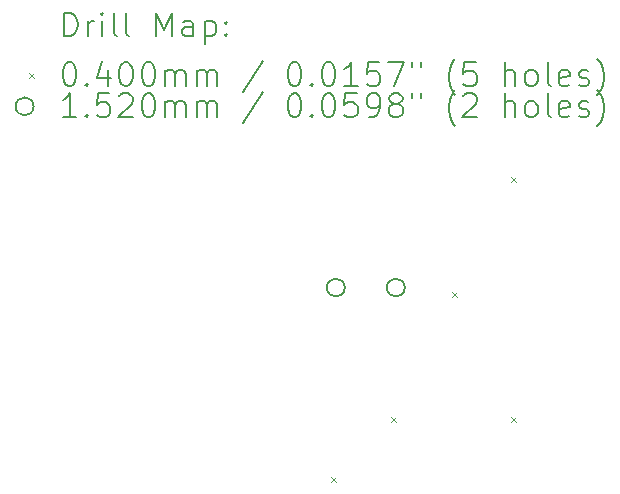
<source format=gbr>
%TF.GenerationSoftware,KiCad,Pcbnew,(6.0.10)*%
%TF.CreationDate,2023-02-17T09:20:14-08:00*%
%TF.ProjectId,exerciseII,65786572-6369-4736-9549-492e6b696361,rev?*%
%TF.SameCoordinates,Original*%
%TF.FileFunction,Drillmap*%
%TF.FilePolarity,Positive*%
%FSLAX45Y45*%
G04 Gerber Fmt 4.5, Leading zero omitted, Abs format (unit mm)*
G04 Created by KiCad (PCBNEW (6.0.10)) date 2023-02-17 09:20:14*
%MOMM*%
%LPD*%
G01*
G04 APERTURE LIST*
%ADD10C,0.200000*%
%ADD11C,0.040000*%
%ADD12C,0.152000*%
G04 APERTURE END LIST*
D10*
D11*
X2520000Y-4044000D02*
X2560000Y-4084000D01*
X2560000Y-4044000D02*
X2520000Y-4084000D01*
X3028000Y-3536000D02*
X3068000Y-3576000D01*
X3068000Y-3536000D02*
X3028000Y-3576000D01*
X3545500Y-2478500D02*
X3585500Y-2518500D01*
X3585500Y-2478500D02*
X3545500Y-2518500D01*
X4044000Y-1504000D02*
X4084000Y-1544000D01*
X4084000Y-1504000D02*
X4044000Y-1544000D01*
X4044000Y-3536000D02*
X4084000Y-3576000D01*
X4084000Y-3536000D02*
X4044000Y-3576000D01*
D12*
X2635000Y-2438000D02*
G75*
G03*
X2635000Y-2438000I-76000J0D01*
G01*
X3143000Y-2438000D02*
G75*
G03*
X3143000Y-2438000I-76000J0D01*
G01*
D10*
X257619Y-310476D02*
X257619Y-110476D01*
X305238Y-110476D01*
X333810Y-120000D01*
X352857Y-139048D01*
X362381Y-158095D01*
X371905Y-196190D01*
X371905Y-224762D01*
X362381Y-262857D01*
X352857Y-281905D01*
X333810Y-300952D01*
X305238Y-310476D01*
X257619Y-310476D01*
X457619Y-310476D02*
X457619Y-177143D01*
X457619Y-215238D02*
X467143Y-196190D01*
X476667Y-186667D01*
X495714Y-177143D01*
X514762Y-177143D01*
X581429Y-310476D02*
X581429Y-177143D01*
X581429Y-110476D02*
X571905Y-120000D01*
X581429Y-129524D01*
X590952Y-120000D01*
X581429Y-110476D01*
X581429Y-129524D01*
X705238Y-310476D02*
X686190Y-300952D01*
X676667Y-281905D01*
X676667Y-110476D01*
X810000Y-310476D02*
X790952Y-300952D01*
X781428Y-281905D01*
X781428Y-110476D01*
X1038571Y-310476D02*
X1038571Y-110476D01*
X1105238Y-253333D01*
X1171905Y-110476D01*
X1171905Y-310476D01*
X1352857Y-310476D02*
X1352857Y-205714D01*
X1343333Y-186667D01*
X1324286Y-177143D01*
X1286190Y-177143D01*
X1267143Y-186667D01*
X1352857Y-300952D02*
X1333810Y-310476D01*
X1286190Y-310476D01*
X1267143Y-300952D01*
X1257619Y-281905D01*
X1257619Y-262857D01*
X1267143Y-243809D01*
X1286190Y-234286D01*
X1333810Y-234286D01*
X1352857Y-224762D01*
X1448095Y-177143D02*
X1448095Y-377143D01*
X1448095Y-186667D02*
X1467143Y-177143D01*
X1505238Y-177143D01*
X1524286Y-186667D01*
X1533809Y-196190D01*
X1543333Y-215238D01*
X1543333Y-272381D01*
X1533809Y-291429D01*
X1524286Y-300952D01*
X1505238Y-310476D01*
X1467143Y-310476D01*
X1448095Y-300952D01*
X1629048Y-291429D02*
X1638571Y-300952D01*
X1629048Y-310476D01*
X1619524Y-300952D01*
X1629048Y-291429D01*
X1629048Y-310476D01*
X1629048Y-186667D02*
X1638571Y-196190D01*
X1629048Y-205714D01*
X1619524Y-196190D01*
X1629048Y-186667D01*
X1629048Y-205714D01*
D11*
X-40000Y-620000D02*
X0Y-660000D01*
X0Y-620000D02*
X-40000Y-660000D01*
D10*
X295714Y-530476D02*
X314762Y-530476D01*
X333810Y-540000D01*
X343333Y-549524D01*
X352857Y-568571D01*
X362381Y-606667D01*
X362381Y-654286D01*
X352857Y-692381D01*
X343333Y-711428D01*
X333810Y-720952D01*
X314762Y-730476D01*
X295714Y-730476D01*
X276667Y-720952D01*
X267143Y-711428D01*
X257619Y-692381D01*
X248095Y-654286D01*
X248095Y-606667D01*
X257619Y-568571D01*
X267143Y-549524D01*
X276667Y-540000D01*
X295714Y-530476D01*
X448095Y-711428D02*
X457619Y-720952D01*
X448095Y-730476D01*
X438571Y-720952D01*
X448095Y-711428D01*
X448095Y-730476D01*
X629048Y-597143D02*
X629048Y-730476D01*
X581429Y-520952D02*
X533810Y-663810D01*
X657619Y-663810D01*
X771905Y-530476D02*
X790952Y-530476D01*
X810000Y-540000D01*
X819524Y-549524D01*
X829048Y-568571D01*
X838571Y-606667D01*
X838571Y-654286D01*
X829048Y-692381D01*
X819524Y-711428D01*
X810000Y-720952D01*
X790952Y-730476D01*
X771905Y-730476D01*
X752857Y-720952D01*
X743333Y-711428D01*
X733809Y-692381D01*
X724286Y-654286D01*
X724286Y-606667D01*
X733809Y-568571D01*
X743333Y-549524D01*
X752857Y-540000D01*
X771905Y-530476D01*
X962381Y-530476D02*
X981428Y-530476D01*
X1000476Y-540000D01*
X1010000Y-549524D01*
X1019524Y-568571D01*
X1029048Y-606667D01*
X1029048Y-654286D01*
X1019524Y-692381D01*
X1010000Y-711428D01*
X1000476Y-720952D01*
X981428Y-730476D01*
X962381Y-730476D01*
X943333Y-720952D01*
X933809Y-711428D01*
X924286Y-692381D01*
X914762Y-654286D01*
X914762Y-606667D01*
X924286Y-568571D01*
X933809Y-549524D01*
X943333Y-540000D01*
X962381Y-530476D01*
X1114762Y-730476D02*
X1114762Y-597143D01*
X1114762Y-616190D02*
X1124286Y-606667D01*
X1143333Y-597143D01*
X1171905Y-597143D01*
X1190952Y-606667D01*
X1200476Y-625714D01*
X1200476Y-730476D01*
X1200476Y-625714D02*
X1210000Y-606667D01*
X1229048Y-597143D01*
X1257619Y-597143D01*
X1276667Y-606667D01*
X1286190Y-625714D01*
X1286190Y-730476D01*
X1381429Y-730476D02*
X1381429Y-597143D01*
X1381429Y-616190D02*
X1390952Y-606667D01*
X1410000Y-597143D01*
X1438571Y-597143D01*
X1457619Y-606667D01*
X1467143Y-625714D01*
X1467143Y-730476D01*
X1467143Y-625714D02*
X1476667Y-606667D01*
X1495714Y-597143D01*
X1524286Y-597143D01*
X1543333Y-606667D01*
X1552857Y-625714D01*
X1552857Y-730476D01*
X1943333Y-520952D02*
X1771905Y-778095D01*
X2200476Y-530476D02*
X2219524Y-530476D01*
X2238571Y-540000D01*
X2248095Y-549524D01*
X2257619Y-568571D01*
X2267143Y-606667D01*
X2267143Y-654286D01*
X2257619Y-692381D01*
X2248095Y-711428D01*
X2238571Y-720952D01*
X2219524Y-730476D01*
X2200476Y-730476D01*
X2181429Y-720952D01*
X2171905Y-711428D01*
X2162381Y-692381D01*
X2152857Y-654286D01*
X2152857Y-606667D01*
X2162381Y-568571D01*
X2171905Y-549524D01*
X2181429Y-540000D01*
X2200476Y-530476D01*
X2352857Y-711428D02*
X2362381Y-720952D01*
X2352857Y-730476D01*
X2343333Y-720952D01*
X2352857Y-711428D01*
X2352857Y-730476D01*
X2486190Y-530476D02*
X2505238Y-530476D01*
X2524286Y-540000D01*
X2533810Y-549524D01*
X2543333Y-568571D01*
X2552857Y-606667D01*
X2552857Y-654286D01*
X2543333Y-692381D01*
X2533810Y-711428D01*
X2524286Y-720952D01*
X2505238Y-730476D01*
X2486190Y-730476D01*
X2467143Y-720952D01*
X2457619Y-711428D01*
X2448095Y-692381D01*
X2438571Y-654286D01*
X2438571Y-606667D01*
X2448095Y-568571D01*
X2457619Y-549524D01*
X2467143Y-540000D01*
X2486190Y-530476D01*
X2743333Y-730476D02*
X2629048Y-730476D01*
X2686190Y-730476D02*
X2686190Y-530476D01*
X2667143Y-559048D01*
X2648095Y-578095D01*
X2629048Y-587619D01*
X2924286Y-530476D02*
X2829048Y-530476D01*
X2819524Y-625714D01*
X2829048Y-616190D01*
X2848095Y-606667D01*
X2895714Y-606667D01*
X2914762Y-616190D01*
X2924286Y-625714D01*
X2933809Y-644762D01*
X2933809Y-692381D01*
X2924286Y-711428D01*
X2914762Y-720952D01*
X2895714Y-730476D01*
X2848095Y-730476D01*
X2829048Y-720952D01*
X2819524Y-711428D01*
X3000476Y-530476D02*
X3133809Y-530476D01*
X3048095Y-730476D01*
X3200476Y-530476D02*
X3200476Y-568571D01*
X3276667Y-530476D02*
X3276667Y-568571D01*
X3571905Y-806667D02*
X3562381Y-797143D01*
X3543333Y-768571D01*
X3533809Y-749524D01*
X3524286Y-720952D01*
X3514762Y-673333D01*
X3514762Y-635238D01*
X3524286Y-587619D01*
X3533809Y-559048D01*
X3543333Y-540000D01*
X3562381Y-511428D01*
X3571905Y-501905D01*
X3743333Y-530476D02*
X3648095Y-530476D01*
X3638571Y-625714D01*
X3648095Y-616190D01*
X3667143Y-606667D01*
X3714762Y-606667D01*
X3733809Y-616190D01*
X3743333Y-625714D01*
X3752857Y-644762D01*
X3752857Y-692381D01*
X3743333Y-711428D01*
X3733809Y-720952D01*
X3714762Y-730476D01*
X3667143Y-730476D01*
X3648095Y-720952D01*
X3638571Y-711428D01*
X3990952Y-730476D02*
X3990952Y-530476D01*
X4076667Y-730476D02*
X4076667Y-625714D01*
X4067143Y-606667D01*
X4048095Y-597143D01*
X4019524Y-597143D01*
X4000476Y-606667D01*
X3990952Y-616190D01*
X4200476Y-730476D02*
X4181428Y-720952D01*
X4171905Y-711428D01*
X4162381Y-692381D01*
X4162381Y-635238D01*
X4171905Y-616190D01*
X4181428Y-606667D01*
X4200476Y-597143D01*
X4229048Y-597143D01*
X4248095Y-606667D01*
X4257619Y-616190D01*
X4267143Y-635238D01*
X4267143Y-692381D01*
X4257619Y-711428D01*
X4248095Y-720952D01*
X4229048Y-730476D01*
X4200476Y-730476D01*
X4381429Y-730476D02*
X4362381Y-720952D01*
X4352857Y-701905D01*
X4352857Y-530476D01*
X4533810Y-720952D02*
X4514762Y-730476D01*
X4476667Y-730476D01*
X4457619Y-720952D01*
X4448095Y-701905D01*
X4448095Y-625714D01*
X4457619Y-606667D01*
X4476667Y-597143D01*
X4514762Y-597143D01*
X4533810Y-606667D01*
X4543333Y-625714D01*
X4543333Y-644762D01*
X4448095Y-663810D01*
X4619524Y-720952D02*
X4638571Y-730476D01*
X4676667Y-730476D01*
X4695714Y-720952D01*
X4705238Y-701905D01*
X4705238Y-692381D01*
X4695714Y-673333D01*
X4676667Y-663810D01*
X4648095Y-663810D01*
X4629048Y-654286D01*
X4619524Y-635238D01*
X4619524Y-625714D01*
X4629048Y-606667D01*
X4648095Y-597143D01*
X4676667Y-597143D01*
X4695714Y-606667D01*
X4771905Y-806667D02*
X4781429Y-797143D01*
X4800476Y-768571D01*
X4810000Y-749524D01*
X4819524Y-720952D01*
X4829048Y-673333D01*
X4829048Y-635238D01*
X4819524Y-587619D01*
X4810000Y-559048D01*
X4800476Y-540000D01*
X4781429Y-511428D01*
X4771905Y-501905D01*
D12*
X0Y-904000D02*
G75*
G03*
X0Y-904000I-76000J0D01*
G01*
D10*
X362381Y-994476D02*
X248095Y-994476D01*
X305238Y-994476D02*
X305238Y-794476D01*
X286190Y-823048D01*
X267143Y-842095D01*
X248095Y-851619D01*
X448095Y-975428D02*
X457619Y-984952D01*
X448095Y-994476D01*
X438571Y-984952D01*
X448095Y-975428D01*
X448095Y-994476D01*
X638571Y-794476D02*
X543333Y-794476D01*
X533810Y-889714D01*
X543333Y-880190D01*
X562381Y-870667D01*
X610000Y-870667D01*
X629048Y-880190D01*
X638571Y-889714D01*
X648095Y-908762D01*
X648095Y-956381D01*
X638571Y-975428D01*
X629048Y-984952D01*
X610000Y-994476D01*
X562381Y-994476D01*
X543333Y-984952D01*
X533810Y-975428D01*
X724286Y-813524D02*
X733809Y-804000D01*
X752857Y-794476D01*
X800476Y-794476D01*
X819524Y-804000D01*
X829048Y-813524D01*
X838571Y-832571D01*
X838571Y-851619D01*
X829048Y-880190D01*
X714762Y-994476D01*
X838571Y-994476D01*
X962381Y-794476D02*
X981428Y-794476D01*
X1000476Y-804000D01*
X1010000Y-813524D01*
X1019524Y-832571D01*
X1029048Y-870667D01*
X1029048Y-918286D01*
X1019524Y-956381D01*
X1010000Y-975428D01*
X1000476Y-984952D01*
X981428Y-994476D01*
X962381Y-994476D01*
X943333Y-984952D01*
X933809Y-975428D01*
X924286Y-956381D01*
X914762Y-918286D01*
X914762Y-870667D01*
X924286Y-832571D01*
X933809Y-813524D01*
X943333Y-804000D01*
X962381Y-794476D01*
X1114762Y-994476D02*
X1114762Y-861143D01*
X1114762Y-880190D02*
X1124286Y-870667D01*
X1143333Y-861143D01*
X1171905Y-861143D01*
X1190952Y-870667D01*
X1200476Y-889714D01*
X1200476Y-994476D01*
X1200476Y-889714D02*
X1210000Y-870667D01*
X1229048Y-861143D01*
X1257619Y-861143D01*
X1276667Y-870667D01*
X1286190Y-889714D01*
X1286190Y-994476D01*
X1381429Y-994476D02*
X1381429Y-861143D01*
X1381429Y-880190D02*
X1390952Y-870667D01*
X1410000Y-861143D01*
X1438571Y-861143D01*
X1457619Y-870667D01*
X1467143Y-889714D01*
X1467143Y-994476D01*
X1467143Y-889714D02*
X1476667Y-870667D01*
X1495714Y-861143D01*
X1524286Y-861143D01*
X1543333Y-870667D01*
X1552857Y-889714D01*
X1552857Y-994476D01*
X1943333Y-784952D02*
X1771905Y-1042095D01*
X2200476Y-794476D02*
X2219524Y-794476D01*
X2238571Y-804000D01*
X2248095Y-813524D01*
X2257619Y-832571D01*
X2267143Y-870667D01*
X2267143Y-918286D01*
X2257619Y-956381D01*
X2248095Y-975428D01*
X2238571Y-984952D01*
X2219524Y-994476D01*
X2200476Y-994476D01*
X2181429Y-984952D01*
X2171905Y-975428D01*
X2162381Y-956381D01*
X2152857Y-918286D01*
X2152857Y-870667D01*
X2162381Y-832571D01*
X2171905Y-813524D01*
X2181429Y-804000D01*
X2200476Y-794476D01*
X2352857Y-975428D02*
X2362381Y-984952D01*
X2352857Y-994476D01*
X2343333Y-984952D01*
X2352857Y-975428D01*
X2352857Y-994476D01*
X2486190Y-794476D02*
X2505238Y-794476D01*
X2524286Y-804000D01*
X2533810Y-813524D01*
X2543333Y-832571D01*
X2552857Y-870667D01*
X2552857Y-918286D01*
X2543333Y-956381D01*
X2533810Y-975428D01*
X2524286Y-984952D01*
X2505238Y-994476D01*
X2486190Y-994476D01*
X2467143Y-984952D01*
X2457619Y-975428D01*
X2448095Y-956381D01*
X2438571Y-918286D01*
X2438571Y-870667D01*
X2448095Y-832571D01*
X2457619Y-813524D01*
X2467143Y-804000D01*
X2486190Y-794476D01*
X2733810Y-794476D02*
X2638571Y-794476D01*
X2629048Y-889714D01*
X2638571Y-880190D01*
X2657619Y-870667D01*
X2705238Y-870667D01*
X2724286Y-880190D01*
X2733810Y-889714D01*
X2743333Y-908762D01*
X2743333Y-956381D01*
X2733810Y-975428D01*
X2724286Y-984952D01*
X2705238Y-994476D01*
X2657619Y-994476D01*
X2638571Y-984952D01*
X2629048Y-975428D01*
X2838571Y-994476D02*
X2876667Y-994476D01*
X2895714Y-984952D01*
X2905238Y-975428D01*
X2924286Y-946857D01*
X2933809Y-908762D01*
X2933809Y-832571D01*
X2924286Y-813524D01*
X2914762Y-804000D01*
X2895714Y-794476D01*
X2857619Y-794476D01*
X2838571Y-804000D01*
X2829048Y-813524D01*
X2819524Y-832571D01*
X2819524Y-880190D01*
X2829048Y-899238D01*
X2838571Y-908762D01*
X2857619Y-918286D01*
X2895714Y-918286D01*
X2914762Y-908762D01*
X2924286Y-899238D01*
X2933809Y-880190D01*
X3048095Y-880190D02*
X3029048Y-870667D01*
X3019524Y-861143D01*
X3010000Y-842095D01*
X3010000Y-832571D01*
X3019524Y-813524D01*
X3029048Y-804000D01*
X3048095Y-794476D01*
X3086190Y-794476D01*
X3105238Y-804000D01*
X3114762Y-813524D01*
X3124286Y-832571D01*
X3124286Y-842095D01*
X3114762Y-861143D01*
X3105238Y-870667D01*
X3086190Y-880190D01*
X3048095Y-880190D01*
X3029048Y-889714D01*
X3019524Y-899238D01*
X3010000Y-918286D01*
X3010000Y-956381D01*
X3019524Y-975428D01*
X3029048Y-984952D01*
X3048095Y-994476D01*
X3086190Y-994476D01*
X3105238Y-984952D01*
X3114762Y-975428D01*
X3124286Y-956381D01*
X3124286Y-918286D01*
X3114762Y-899238D01*
X3105238Y-889714D01*
X3086190Y-880190D01*
X3200476Y-794476D02*
X3200476Y-832571D01*
X3276667Y-794476D02*
X3276667Y-832571D01*
X3571905Y-1070667D02*
X3562381Y-1061143D01*
X3543333Y-1032571D01*
X3533809Y-1013524D01*
X3524286Y-984952D01*
X3514762Y-937333D01*
X3514762Y-899238D01*
X3524286Y-851619D01*
X3533809Y-823048D01*
X3543333Y-804000D01*
X3562381Y-775428D01*
X3571905Y-765905D01*
X3638571Y-813524D02*
X3648095Y-804000D01*
X3667143Y-794476D01*
X3714762Y-794476D01*
X3733809Y-804000D01*
X3743333Y-813524D01*
X3752857Y-832571D01*
X3752857Y-851619D01*
X3743333Y-880190D01*
X3629048Y-994476D01*
X3752857Y-994476D01*
X3990952Y-994476D02*
X3990952Y-794476D01*
X4076667Y-994476D02*
X4076667Y-889714D01*
X4067143Y-870667D01*
X4048095Y-861143D01*
X4019524Y-861143D01*
X4000476Y-870667D01*
X3990952Y-880190D01*
X4200476Y-994476D02*
X4181428Y-984952D01*
X4171905Y-975428D01*
X4162381Y-956381D01*
X4162381Y-899238D01*
X4171905Y-880190D01*
X4181428Y-870667D01*
X4200476Y-861143D01*
X4229048Y-861143D01*
X4248095Y-870667D01*
X4257619Y-880190D01*
X4267143Y-899238D01*
X4267143Y-956381D01*
X4257619Y-975428D01*
X4248095Y-984952D01*
X4229048Y-994476D01*
X4200476Y-994476D01*
X4381429Y-994476D02*
X4362381Y-984952D01*
X4352857Y-965905D01*
X4352857Y-794476D01*
X4533810Y-984952D02*
X4514762Y-994476D01*
X4476667Y-994476D01*
X4457619Y-984952D01*
X4448095Y-965905D01*
X4448095Y-889714D01*
X4457619Y-870667D01*
X4476667Y-861143D01*
X4514762Y-861143D01*
X4533810Y-870667D01*
X4543333Y-889714D01*
X4543333Y-908762D01*
X4448095Y-927809D01*
X4619524Y-984952D02*
X4638571Y-994476D01*
X4676667Y-994476D01*
X4695714Y-984952D01*
X4705238Y-965905D01*
X4705238Y-956381D01*
X4695714Y-937333D01*
X4676667Y-927809D01*
X4648095Y-927809D01*
X4629048Y-918286D01*
X4619524Y-899238D01*
X4619524Y-889714D01*
X4629048Y-870667D01*
X4648095Y-861143D01*
X4676667Y-861143D01*
X4695714Y-870667D01*
X4771905Y-1070667D02*
X4781429Y-1061143D01*
X4800476Y-1032571D01*
X4810000Y-1013524D01*
X4819524Y-984952D01*
X4829048Y-937333D01*
X4829048Y-899238D01*
X4819524Y-851619D01*
X4810000Y-823048D01*
X4800476Y-804000D01*
X4781429Y-775428D01*
X4771905Y-765905D01*
M02*

</source>
